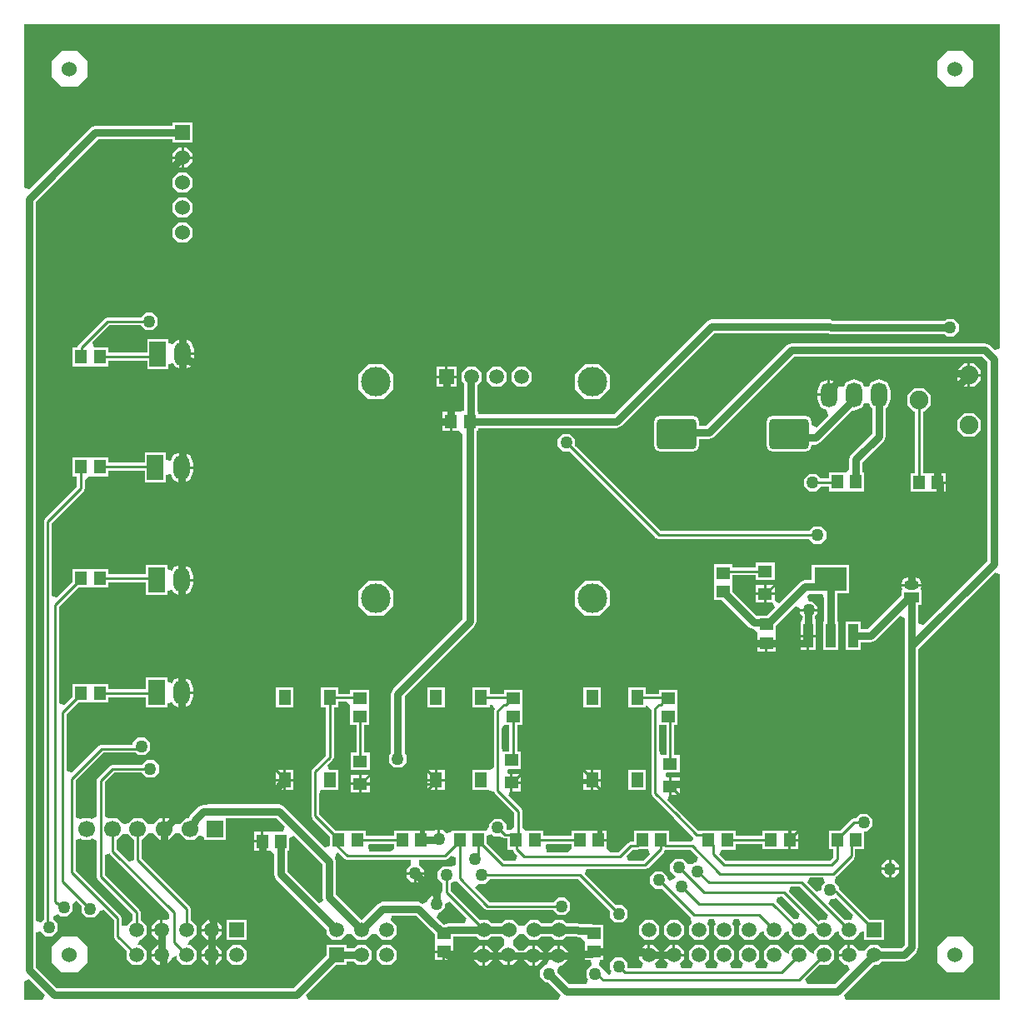
<source format=gtl>
G04*
G04 #@! TF.GenerationSoftware,Altium Limited,Altium Designer,21.3.2 (30)*
G04*
G04 Layer_Physical_Order=1*
G04 Layer_Color=255*
%FSTAX44Y44*%
%MOMM*%
G71*
G04*
G04 #@! TF.SameCoordinates,BAFF9CCB-06E3-4415-8BD8-540CAB7B7E79*
G04*
G04*
G04 #@! TF.FilePolarity,Positive*
G04*
G01*
G75*
%ADD10C,0.2540*%
%ADD20C,0.7620*%
G04:AMPARAMS|DCode=21|XSize=4mm|YSize=3mm|CornerRadius=0.3mm|HoleSize=0mm|Usage=FLASHONLY|Rotation=180.000|XOffset=0mm|YOffset=0mm|HoleType=Round|Shape=RoundedRectangle|*
%AMROUNDEDRECTD21*
21,1,4.0000,2.4000,0,0,180.0*
21,1,3.4000,3.0000,0,0,180.0*
1,1,0.6000,-1.7000,1.2000*
1,1,0.6000,1.7000,1.2000*
1,1,0.6000,1.7000,-1.2000*
1,1,0.6000,-1.7000,-1.2000*
%
%ADD21ROUNDEDRECTD21*%
%ADD22R,1.4000X1.2000*%
%ADD23R,1.2000X1.4000*%
%ADD24R,1.3970X1.2700*%
%ADD25R,1.0000X2.4000*%
%ADD26R,3.3000X2.4000*%
%ADD27R,1.2700X1.5240*%
%ADD51R,1.5240X1.5240*%
%ADD52C,1.5240*%
%ADD53R,1.5000X1.5000*%
%ADD54C,1.5000*%
%ADD55C,1.7000*%
%ADD56R,1.7000X1.7000*%
%ADD57R,1.5000X1.0000*%
%ADD58O,1.5000X1.0000*%
%ADD59O,1.6510X2.5400*%
%ADD60R,1.6510X2.5400*%
%ADD61O,1.6764X2.5400*%
%ADD62C,1.9050*%
%ADD63R,1.5080X1.5080*%
%ADD64C,1.5080*%
%ADD65C,3.0000*%
%ADD66C,1.2700*%
G36*
X00995366Y00666188D02*
X00990286Y00664084D01*
X009853Y0066907D01*
X0098044Y00671083D01*
X00783286D01*
X00783286Y00671083D01*
X00778426Y0066907D01*
X00696619Y00587263D01*
X00689896D01*
Y0059112D01*
X0068814Y0059536D01*
X006839Y00597117D01*
X006499D01*
X0064566Y0059536D01*
X00643904Y0059112D01*
Y0056712D01*
X0064566Y0056288D01*
X006499Y00561124D01*
X006839D01*
X0068814Y0056288D01*
X00689896Y0056712D01*
Y00573517D01*
X00699466D01*
X00704326Y0057553D01*
X00786133Y00657337D01*
X00977593D01*
X00982457Y00652473D01*
Y00449887D01*
X00917076Y00384507D01*
X00912383Y00386451D01*
Y0040521D01*
X0091555D01*
Y0042029D01*
X0091555D01*
X00914614Y00421691D01*
X00915645Y0042418D01*
X0090551D01*
X00895375D01*
X00896406Y00421691D01*
X0089547Y0042029D01*
X0089547D01*
Y0041493D01*
X00861051Y00380511D01*
X0085394D01*
Y00388178D01*
X0083886D01*
Y00359098D01*
X0085394D01*
Y00366765D01*
X00863898D01*
X00868758Y00368778D01*
X00893943Y00393963D01*
X00898637Y00392019D01*
Y0036449D01*
Y00059997D01*
X00895043Y00056403D01*
X00874735D01*
X00871569Y0005957D01*
X00863251D01*
X0085737Y00053689D01*
X0085713Y00053561D01*
X0085205Y00053689D01*
X00846169Y0005957D01*
X0084328D01*
Y0004953D01*
X0084201D01*
Y0004826D01*
X0083197D01*
Y00045371D01*
X00837851Y0003949D01*
X00840466D01*
X0084257Y0003441D01*
X00827733Y00019573D01*
X00799669D01*
X00797565Y00024653D01*
X00812427Y00039515D01*
X00812451Y0003949D01*
X00820769D01*
X0082665Y00045371D01*
Y00053689D01*
X00820769Y0005957D01*
X00812451D01*
X0080657Y00053689D01*
Y00050288D01*
X0080633Y00050136D01*
X0080125Y00052933D01*
Y00053689D01*
X00795369Y0005957D01*
X00787051D01*
X0078117Y00053689D01*
Y00050288D01*
X0078093Y00050136D01*
X0077585Y00052933D01*
Y00053689D01*
X00769969Y0005957D01*
X00761651D01*
X0075577Y00053689D01*
Y00045371D01*
X00760187Y00040954D01*
X00758117Y00035874D01*
X00748103D01*
X00746033Y00040954D01*
X0075045Y00045371D01*
Y00053689D01*
X00744569Y0005957D01*
X00736251D01*
X0073037Y00053689D01*
Y00045371D01*
X00734787Y00040954D01*
X00732717Y00035874D01*
X00722703D01*
X00720633Y00040954D01*
X0072505Y00045371D01*
Y00053689D01*
X00719169Y0005957D01*
X00710851D01*
X0070497Y00053689D01*
Y00045371D01*
X00709387Y00040954D01*
X00707317Y00035874D01*
X00697303D01*
X00695233Y00040954D01*
X0069965Y00045371D01*
Y00053689D01*
X00693769Y0005957D01*
X00685451D01*
X0067957Y00053689D01*
Y00045371D01*
X00683987Y00040954D01*
X00681917Y00035874D01*
X00671903D01*
X00669833Y00040954D01*
X0067425Y00045371D01*
Y0004826D01*
X0066421D01*
X0065417D01*
Y00045371D01*
X00658587Y00040954D01*
X00656517Y00035874D01*
X00646503D01*
X00644433Y00040954D01*
X0064885Y00045371D01*
Y0004826D01*
X0063881D01*
X0062877D01*
Y00045371D01*
X00633187Y00040954D01*
X00631117Y00035874D01*
X0061722D01*
Y00041782D01*
X00612012Y0004699D01*
X00604648D01*
X0059944Y00041782D01*
Y00034418D01*
X00600524Y00033334D01*
X00598713Y00028963D01*
X00598091Y00028899D01*
X0059309Y00033443D01*
Y00034162D01*
X00588186Y00039066D01*
X00588616Y00044146D01*
X00592436D01*
Y00051416D01*
X00582896D01*
X00573356D01*
Y00044146D01*
X00579784D01*
X00580214Y00039066D01*
X0057531Y00034162D01*
Y00026798D01*
X00577454Y00024653D01*
X0057535Y00019573D01*
X00557837D01*
X005461Y0003131D01*
Y00033925D01*
X005461Y00034162D01*
X00548442Y00039005D01*
X0055107D01*
X00557022Y00044957D01*
Y00047895D01*
X00546862D01*
X00536702D01*
Y00044957D01*
X00537209Y0004445D01*
X00535104Y0003937D01*
X00533528D01*
X0052832Y00034162D01*
Y00026798D01*
X00533528Y0002159D01*
X0053638D01*
X00548766Y00009204D01*
X00546837Y00004124D01*
X00292261D01*
X00290317Y00008817D01*
X0032099Y0003949D01*
X0033135D01*
Y00042657D01*
X00339384D01*
X00342551Y0003949D01*
X00350869D01*
X0035675Y00045371D01*
Y00053689D01*
X00350869Y0005957D01*
X00342551D01*
X00339384Y00056403D01*
X0033135D01*
Y0005957D01*
X0031127D01*
Y0004921D01*
X00277823Y00015763D01*
X00037137D01*
X00015763Y00037137D01*
Y00072524D01*
X00020843Y00073264D01*
X00025528Y0006858D01*
X00032892D01*
X000381Y00073788D01*
Y00081152D01*
X00033526Y00085726D01*
X00033633Y0008885D01*
X00038786Y00090882D01*
X00040768Y000889D01*
X00048132D01*
X0005334Y00094108D01*
Y00101284D01*
X00057066Y00104742D01*
X0006223Y00099578D01*
Y00092838D01*
X00067438Y0008763D01*
X00074802D01*
X0008001Y00092838D01*
Y00093376D01*
X00084703Y0009532D01*
X00094936Y00085088D01*
Y0006858D01*
X00096144Y00065664D01*
X00108095Y00053713D01*
X0010807Y00053689D01*
Y00045371D01*
X00113951Y0003949D01*
X00122269D01*
X0012815Y00045371D01*
Y00053689D01*
X00122269Y0005957D01*
X00118868D01*
X00118716Y0005981D01*
X00121513Y0006489D01*
X00122269D01*
X0012815Y00070771D01*
Y00079089D01*
X00122269Y0008497D01*
X00122234D01*
Y0009271D01*
X00121026Y00095626D01*
X00085794Y00130858D01*
Y00151472D01*
X00090874Y00152483D01*
X00091064Y00152024D01*
X00151595Y00091493D01*
X00151026Y00086361D01*
X00147669Y0008497D01*
X0014478D01*
Y0007493D01*
Y0006489D01*
X00146714D01*
X00146845Y0006465D01*
X00145489Y00061579D01*
X00142624Y0005957D01*
X00139351D01*
X0013347Y00053689D01*
Y000508D01*
X0014351D01*
Y0004953D01*
X0014478D01*
Y0003949D01*
X00147669D01*
X0015355Y00045371D01*
Y00046127D01*
X0015863Y00048924D01*
X0015887Y00048772D01*
Y00045371D01*
X00164751Y0003949D01*
X00173069D01*
X0017895Y00045371D01*
Y00053689D01*
X00173069Y0005957D01*
X00169668D01*
X00169516Y0005981D01*
X00172313Y0006489D01*
X00173069D01*
X0017895Y00070771D01*
Y00079089D01*
X00173069Y0008497D01*
X00173034D01*
Y0009652D01*
X00171826Y00099436D01*
X00123504Y00147758D01*
Y0016676D01*
X00123953D01*
X00130073Y00172881D01*
X00132715Y00173066D01*
X00135357Y00172881D01*
X00141477Y0016676D01*
X0014478D01*
Y001778D01*
Y0018884D01*
X00141477D01*
X00135357Y00182719D01*
X00132715Y00182534D01*
X00130073Y00182719D01*
X00123953Y0018884D01*
X00114807D01*
X00109585Y00183617D01*
X0010668Y00182826D01*
X00103776Y00183617D01*
X00098553Y0018884D01*
X00089407D01*
X00085794Y00190337D01*
Y00224742D01*
X00095688Y00234636D01*
X00123632D01*
X00128398Y0022987D01*
X00135762D01*
X0014097Y00235078D01*
Y00242442D01*
X00135762Y0024765D01*
X00128398D01*
X00123632Y00242884D01*
X0009398D01*
X00091064Y00241676D01*
X00078754Y00229366D01*
X00077546Y0022645D01*
Y00189814D01*
X00072853Y0018787D01*
X00071883Y0018884D01*
X00062737D01*
X00061274Y00187377D01*
X00056194Y00189481D01*
Y00226892D01*
X00084258Y00254956D01*
X00117282D01*
X00119508Y0025273D01*
X00126872D01*
X0013208Y00257938D01*
Y00265302D01*
X00126872Y0027051D01*
X00119508D01*
X001143Y00265302D01*
Y00263204D01*
X0008255D01*
X00079634Y00261996D01*
X00052384Y00234746D01*
X00047304Y0023685D01*
Y0029443D01*
X00058956Y00306082D01*
X00067044D01*
X00070204Y00306082D01*
X00075284Y00306082D01*
X00089204D01*
Y00311498D01*
X00127635D01*
Y0030099D01*
X00149225D01*
Y00305561D01*
X00154305Y00306572D01*
X00155568Y00303523D01*
X0016256Y00300627D01*
Y0031623D01*
Y00331833D01*
X00155568Y00328937D01*
X00154305Y00325888D01*
X00149225Y00326899D01*
Y0033147D01*
X00127635D01*
Y00319746D01*
X00089204D01*
Y00325162D01*
X00075284D01*
X00072124Y00325162D01*
X00067044Y00325162D01*
X00053124D01*
Y00311914D01*
X00044764Y00303554D01*
X00039684Y00305658D01*
Y0040365D01*
X00058956Y00422922D01*
X00067044D01*
X00070204Y00422922D01*
X00075284Y00422922D01*
X00089204D01*
Y00428338D01*
X00127635D01*
Y0041529D01*
X00149225D01*
Y00419861D01*
X00154305Y00420872D01*
X00155568Y00417823D01*
X0016256Y00414927D01*
Y0043053D01*
Y00446133D01*
X00155568Y00443237D01*
X00154305Y00440188D01*
X00149225Y00441199D01*
Y0044577D01*
X00127635D01*
Y00436586D01*
X00089204D01*
Y00442002D01*
X00075284D01*
X00072124Y00442002D01*
X00067044Y00442002D01*
X00053124D01*
Y00428754D01*
X00037144Y00412774D01*
X00032064Y00414878D01*
Y00488512D01*
X0006458Y00521028D01*
X00065788Y00523944D01*
Y0053236D01*
X0006938Y00535952D01*
X00075284Y00535952D01*
X00089204D01*
Y00541368D01*
X00126365D01*
Y0052959D01*
X00147955D01*
Y00537227D01*
X00153035Y00538238D01*
X00155568Y00532123D01*
X0016256Y00529227D01*
Y0054483D01*
Y00560433D01*
X00155568Y00557537D01*
X00153035Y00551422D01*
X00147955Y00552433D01*
Y0056007D01*
X00126365D01*
Y00549616D01*
X00089204D01*
Y00555032D01*
X00075284D01*
X00072124Y00555032D01*
X00067044Y00555032D01*
X00053124D01*
Y00535952D01*
X0005754D01*
Y00525652D01*
X00025024Y00493136D01*
X00023816Y0049022D01*
Y00085367D01*
X00020843Y0008266D01*
X00015763Y00084019D01*
Y00815033D01*
X00079047Y00878317D01*
X0015494D01*
Y0087503D01*
X0017526D01*
Y0089535D01*
X0015494D01*
Y00892063D01*
X000762D01*
X0007134Y0089005D01*
X00008817Y00827527D01*
X00004124Y00829471D01*
Y00995366D01*
X00995366D01*
Y00666188D01*
D02*
G37*
G36*
X00109585Y00171983D02*
X00114807Y0016676D01*
X00115256D01*
Y0014668D01*
X0011361Y00145397D01*
X00110563Y00144189D01*
X00098104Y00156648D01*
Y0016676D01*
X00098553D01*
X00103776Y00171983D01*
X0010668Y00172775D01*
X00109585Y00171983D01*
D02*
G37*
G36*
X00062737Y0016676D02*
X00071883D01*
X00072853Y0016773D01*
X00077546Y00165786D01*
Y0012915D01*
X00078754Y00126234D01*
X00113986Y00091002D01*
Y0008497D01*
X00113951D01*
X00108264Y00079283D01*
X00103184Y00079557D01*
Y00086796D01*
X00101976Y00089712D01*
X00056194Y00135494D01*
Y00166119D01*
X00061274Y00168223D01*
X00062737Y0016676D01*
D02*
G37*
G36*
X00995366Y00436172D02*
Y00004124D01*
X00838733D01*
X00836804Y00009204D01*
X0086709Y0003949D01*
X00871569D01*
X00874735Y00042657D01*
X0089789D01*
X0090275Y0004467D01*
X0091037Y0005229D01*
X00912383Y0005715D01*
Y00360373D01*
X00990286Y00438276D01*
X00995366Y00436172D01*
D02*
G37*
G36*
X00024643Y00008817D02*
X00022699Y00004124D01*
X00004124D01*
Y00022699D01*
X00008817Y00024643D01*
X00024643Y00008817D01*
D02*
G37*
%LPC*%
G36*
X0095768Y0096854D02*
X0094232D01*
X0093146Y0095768D01*
Y0094232D01*
X0094232Y0093146D01*
X0095768D01*
X0096854Y0094232D01*
Y0095768D01*
X0095768Y0096854D01*
D02*
G37*
G36*
X0005768D02*
X0004232D01*
X0003146Y0095768D01*
Y0094232D01*
X0004232Y0093146D01*
X0005768D01*
X0006854Y0094232D01*
Y0095768D01*
X0005768Y0096854D01*
D02*
G37*
G36*
X00169308Y0086995D02*
X0016637D01*
Y0086106D01*
X0017526D01*
Y00863998D01*
X00169308Y0086995D01*
D02*
G37*
G36*
X0016383D02*
X00160892D01*
X0015494Y00863998D01*
Y0086106D01*
X0016383D01*
Y0086995D01*
D02*
G37*
G36*
X0017526Y0085852D02*
X0016637D01*
Y0084963D01*
X00169308D01*
X0017526Y00855582D01*
Y0085852D01*
D02*
G37*
G36*
X0016383D02*
X0015494D01*
Y00855582D01*
X00160892Y0084963D01*
X0016383D01*
Y0085852D01*
D02*
G37*
G36*
X00169308Y0084455D02*
X00160892D01*
X0015494Y00838598D01*
Y00830182D01*
X00160892Y0082423D01*
X00169308D01*
X0017526Y00830182D01*
Y00838598D01*
X00169308Y0084455D01*
D02*
G37*
G36*
Y0081915D02*
X00160892D01*
X0015494Y00813198D01*
Y00804782D01*
X00160892Y0079883D01*
X00169308D01*
X0017526Y00804782D01*
Y00813198D01*
X00169308Y0081915D01*
D02*
G37*
G36*
Y0079375D02*
X00160892D01*
X0015494Y00787798D01*
Y00779382D01*
X00160892Y0077343D01*
X00169308D01*
X0017526Y00779382D01*
Y00787798D01*
X00169308Y0079375D01*
D02*
G37*
G36*
X00948562Y0069596D02*
X00941198D01*
X00939181Y00693943D01*
X00825339D01*
X00822273Y00695213D01*
X0070231D01*
X0070231Y00695213D01*
X0069745Y006932D01*
X00602977Y00598727D01*
X00465036D01*
Y00601394D01*
X00464356D01*
Y00628601D01*
X0046855Y00632795D01*
Y00641145D01*
X00462645Y0064705D01*
X00454295D01*
X0044839Y00641145D01*
Y00632795D01*
X0045061Y00630575D01*
Y00602616D01*
X00446036Y00601394D01*
X00442876Y00601394D01*
X00438766D01*
Y00591854D01*
Y00582314D01*
X00442876D01*
X00446036Y00582314D01*
X00449623Y0057872D01*
Y00390763D01*
X0037868Y0031982D01*
X00376667Y0031496D01*
Y00254619D01*
X0037465Y00252602D01*
Y00245238D01*
X00379858Y0024003D01*
X00387222D01*
X0039243Y00245238D01*
Y00252602D01*
X00390413Y00254619D01*
Y00312113D01*
X00461356Y00383056D01*
X00461356Y00383056D01*
X00463369Y00387916D01*
X00463369Y00387916D01*
Y00582314D01*
X00465036D01*
Y00584981D01*
X00605824D01*
X00610684Y00586994D01*
X00705157Y00681467D01*
X00820477D01*
X00823543Y00680197D01*
X00823543Y00680197D01*
X00939181D01*
X00941198Y0067818D01*
X00948562D01*
X0095377Y00683388D01*
Y00690752D01*
X00948562Y0069596D01*
D02*
G37*
G36*
X00134492Y0070231D02*
X00127128D01*
X00122362Y00697544D01*
X000889D01*
X00085984Y00696336D01*
X00059138Y0066949D01*
X0005802Y00666792D01*
X00053124D01*
Y00647712D01*
X00067044D01*
X00070204Y00647712D01*
X00075284Y00647712D01*
X00089204D01*
Y00653128D01*
X00128905D01*
Y0064516D01*
X00150495D01*
Y00649731D01*
X00155575Y00650742D01*
X00156838Y00647693D01*
X0016383Y00644797D01*
Y006604D01*
Y00676003D01*
X00156838Y00673107D01*
X00155575Y00670058D01*
X00150495Y00671069D01*
Y0067564D01*
X00128905D01*
Y00661376D01*
X00089204D01*
Y00666792D01*
X00075288D01*
X00073184Y00671872D01*
X00090608Y00689296D01*
X00122362D01*
X00127128Y0068453D01*
X00134492D01*
X001397Y00689738D01*
Y00697102D01*
X00134492Y0070231D01*
D02*
G37*
G36*
X0016637Y00676003D02*
Y0066167D01*
X00176784D01*
Y00664845D01*
X00173362Y00673107D01*
X0016637Y00676003D01*
D02*
G37*
G36*
X00176784Y0065913D02*
X0016637D01*
Y00644797D01*
X00173362Y00647693D01*
X00176784Y00655955D01*
Y0065913D01*
D02*
G37*
G36*
X00968928Y00650875D02*
X009652D01*
Y0064008D01*
X00975995D01*
Y00643808D01*
X00968928Y00650875D01*
D02*
G37*
G36*
X0096266D02*
X00958932D01*
X00951865Y00643808D01*
Y0064008D01*
X0096266D01*
Y00650875D01*
D02*
G37*
G36*
X0044315Y0064705D02*
X0043434D01*
Y0063824D01*
X0044315D01*
Y0064705D01*
D02*
G37*
G36*
X004318D02*
X0042299D01*
Y0063824D01*
X004318D01*
Y0064705D01*
D02*
G37*
G36*
X0087249Y00634738D02*
X00864131Y00631275D01*
X00862539Y00627433D01*
X00857041D01*
X00855449Y00631275D01*
X0084709Y00634738D01*
X00838731Y00631275D01*
X00837139Y00627433D01*
X00831641D01*
X00830049Y00631275D01*
X0082296Y00634212D01*
Y00618598D01*
X0082169D01*
Y00617328D01*
X00809868D01*
Y0061428D01*
X00813331Y00605921D01*
X00819338Y00603432D01*
X00820855Y00597765D01*
X00808976Y00585887D01*
X00803896Y00587991D01*
Y0059112D01*
X0080214Y0059536D01*
X007979Y00597117D01*
X007639D01*
X0075966Y0059536D01*
X00757904Y0059112D01*
Y0056712D01*
X0075966Y0056288D01*
X007639Y00561124D01*
X007979D01*
X0080214Y0056288D01*
X00803896Y0056712D01*
Y00568183D01*
X00807866D01*
X00812726Y00570196D01*
X00845604Y00603074D01*
X0084709Y00602458D01*
X00855449Y00605921D01*
X00857041Y00609763D01*
X00862539D01*
X00864131Y00605921D01*
X00865617Y00605305D01*
Y00579427D01*
X00844154Y00557964D01*
X00842141Y00553104D01*
Y00543386D01*
X00838554Y00539792D01*
X00835394Y00539792D01*
X00821474D01*
Y00533714D01*
X00813628D01*
X00808862Y0053848D01*
X00801498D01*
X0079629Y00533272D01*
Y00525908D01*
X00801498Y005207D01*
X00808862D01*
X00813628Y00525466D01*
X00821474D01*
Y00520712D01*
X00835394D01*
X00838554Y00520712D01*
X00843634Y00520712D01*
X00857554D01*
Y00539792D01*
X00855887D01*
Y00550257D01*
X0087735Y0057172D01*
X0087735Y0057172D01*
X00879363Y0057658D01*
X00879363Y0057658D01*
Y00605305D01*
X00880849Y00605921D01*
X00884312Y0061428D01*
Y00622916D01*
X00880849Y00631275D01*
X0087249Y00634738D01*
D02*
G37*
G36*
X00513445Y0064705D02*
X00505095D01*
X0049919Y00641145D01*
Y00632795D01*
X00505095Y0062689D01*
X00513445D01*
X0051935Y00632795D01*
Y00641145D01*
X00513445Y0064705D01*
D02*
G37*
G36*
X00488045D02*
X00479695D01*
X0047379Y00641145D01*
Y00632795D01*
X00479695Y0062689D01*
X00488045D01*
X0049395Y00632795D01*
Y00641145D01*
X00488045Y0064705D01*
D02*
G37*
G36*
X0044315Y006357D02*
X0043434D01*
Y0062689D01*
X0044315D01*
Y006357D01*
D02*
G37*
G36*
X004318D02*
X0042299D01*
Y0062689D01*
X004318D01*
Y006357D01*
D02*
G37*
G36*
X00975995Y0063754D02*
X009652D01*
Y00626745D01*
X00968928D01*
X00975995Y00633812D01*
Y0063754D01*
D02*
G37*
G36*
X0096266D02*
X00951865D01*
Y00633812D01*
X00958932Y00626745D01*
X0096266D01*
Y0063754D01*
D02*
G37*
G36*
X0082042Y00634212D02*
X00813331Y00631275D01*
X00809868Y00622916D01*
Y00619868D01*
X0082042D01*
Y00634212D01*
D02*
G37*
G36*
X00588435Y0064951D02*
X00573905D01*
X0056363Y00639235D01*
Y00624705D01*
X00573905Y0061443D01*
X00588435D01*
X0059871Y00624705D01*
Y00639235D01*
X00588435Y0064951D01*
D02*
G37*
G36*
X00368435D02*
X00353905D01*
X0034363Y00639235D01*
Y00624705D01*
X00353905Y0061443D01*
X00368435D01*
X0037871Y00624705D01*
Y00639235D01*
X00368435Y0064951D01*
D02*
G37*
G36*
X00436226Y00601394D02*
X00428956D01*
Y00593124D01*
X00436226D01*
Y00601394D01*
D02*
G37*
G36*
Y00590584D02*
X00428956D01*
Y00582314D01*
X00436226D01*
Y00590584D01*
D02*
G37*
G36*
X00968928Y00600075D02*
X00958932D01*
X00951865Y00593008D01*
Y00583013D01*
X00958932Y00575945D01*
X00968928D01*
X00975995Y00583013D01*
Y00593008D01*
X00968928Y00600075D01*
D02*
G37*
G36*
X001651Y00560433D02*
Y005461D01*
X00175514D01*
Y00549275D01*
X00172092Y00557537D01*
X001651Y00560433D01*
D02*
G37*
G36*
X009334Y0053913D02*
Y0053086D01*
X0094067D01*
Y0053913D01*
X009334D01*
D02*
G37*
G36*
X00175514Y0054356D02*
X001651D01*
Y00529227D01*
X00172092Y00532123D01*
X00175514Y00540385D01*
Y0054356D01*
D02*
G37*
G36*
X0094067Y0052832D02*
X009334D01*
Y0052005D01*
X0094067D01*
Y0052832D01*
D02*
G37*
G36*
X00918128Y00625475D02*
X00908132D01*
X00901065Y00618408D01*
Y00608413D01*
X00908132Y00601345D01*
X00909006D01*
Y0053913D01*
X0090459D01*
Y0052005D01*
X0091851D01*
X0092167Y0052005D01*
X0092675Y0052005D01*
X0093086D01*
Y0052959D01*
Y0053913D01*
X0092675D01*
X0092359Y0053913D01*
X00917254Y0053913D01*
Y00601345D01*
X00918128D01*
X00925195Y00608413D01*
Y00618408D01*
X00918128Y00625475D01*
D02*
G37*
G36*
X00558672Y0057912D02*
X00551308D01*
X005461Y00573912D01*
Y00566548D01*
X00551308Y0056134D01*
X00558048D01*
X00646054Y00473334D01*
X0064897Y00472126D01*
X00801812D01*
X00806578Y0046736D01*
X00813942D01*
X0081915Y00472568D01*
Y00479932D01*
X00813942Y0048514D01*
X00806578D01*
X00801812Y00480374D01*
X00650678D01*
X0056388Y00567172D01*
Y00573912D01*
X00558672Y0057912D01*
D02*
G37*
G36*
X00766445Y0044831D02*
X00747395D01*
Y00443544D01*
X00723942D01*
Y00446282D01*
X00704862D01*
Y00432362D01*
X00704862Y00429202D01*
X00704862Y00424122D01*
Y00410202D01*
X00712926D01*
X00740422Y00382706D01*
X00745282Y00380693D01*
X00748616Y00377389D01*
X00748616Y00371756D01*
Y00367646D01*
X00758156D01*
X00767696D01*
Y00371756D01*
X00767696Y00374916D01*
X00767696Y00379996D01*
Y00384196D01*
X00787518Y00404018D01*
X0079248Y00401796D01*
Y0040132D01*
X0081026D01*
Y00403732D01*
X00805052Y0040894D01*
X00801679D01*
X0079935Y00413906D01*
X00801406Y00416575D01*
X0081521D01*
X00816527Y00411881D01*
Y00388178D01*
X0081586D01*
Y00359098D01*
X0083094D01*
Y00388178D01*
X00830273D01*
Y00417098D01*
X0084244D01*
Y00446178D01*
X0080436D01*
Y00430321D01*
X00797228D01*
X00797228Y00430321D01*
X00792368Y00428308D01*
X0077138Y0040732D01*
X00766445Y00409569D01*
X00766445Y00411963D01*
Y0041529D01*
X0075819D01*
Y0040767D01*
X00761799D01*
X00764546Y0040767D01*
X00766795Y00402735D01*
X00757976Y00393916D01*
X00757229D01*
X00755966Y00394439D01*
X00748129D01*
X00723942Y00418626D01*
X00723942Y00427282D01*
X00723942Y00435296D01*
X00747395D01*
Y0043053D01*
X00766445D01*
Y0044831D01*
D02*
G37*
G36*
X001651Y00446133D02*
Y004318D01*
X00175514D01*
Y00434975D01*
X00172092Y00443237D01*
X001651Y00446133D01*
D02*
G37*
G36*
X0090801Y00433611D02*
X0090678D01*
Y0042672D01*
X00915645D01*
X00913781Y00431221D01*
X0090801Y00433611D01*
D02*
G37*
G36*
X0090424D02*
X0090301D01*
X00897239Y00431221D01*
X00895375Y0042672D01*
X0090424D01*
Y00433611D01*
D02*
G37*
G36*
X00766445Y0042545D02*
X0075819D01*
Y0041783D01*
X00766445D01*
Y0042545D01*
D02*
G37*
G36*
X0075565D02*
X00747395D01*
Y0041783D01*
X0075565D01*
Y0042545D01*
D02*
G37*
G36*
X00175514Y0042926D02*
X001651D01*
Y00414927D01*
X00172092Y00417823D01*
X00175514Y00426085D01*
Y0042926D01*
D02*
G37*
G36*
X0075565Y0041529D02*
X00747395D01*
Y0040767D01*
X0075565D01*
Y0041529D01*
D02*
G37*
G36*
X00588435Y0042951D02*
X00573905D01*
X0056363Y00419235D01*
Y00404705D01*
X00573905Y0039443D01*
X00588435D01*
X0059871Y00404705D01*
Y00419235D01*
X00588435Y0042951D01*
D02*
G37*
G36*
X00368435D02*
X00353905D01*
X0034363Y00419235D01*
Y00404705D01*
X00353905Y0039443D01*
X00368435D01*
X0037871Y00404705D01*
Y00419235D01*
X00368435Y0042951D01*
D02*
G37*
G36*
X0081026Y0039878D02*
X0079248D01*
Y00396368D01*
X0079559Y00393258D01*
X00793485Y00388178D01*
X0079286D01*
Y00374908D01*
X008004D01*
X0080794D01*
Y00387276D01*
X0080794Y00388178D01*
X0080715Y00393258D01*
X0081026Y00396368D01*
Y0039878D01*
D02*
G37*
G36*
X0080794Y00372368D02*
X0080167D01*
Y00359098D01*
X0080794D01*
Y00372368D01*
D02*
G37*
G36*
X0079913D02*
X0079286D01*
Y00359098D01*
X0079913D01*
Y00372368D01*
D02*
G37*
G36*
X00767696Y00365106D02*
X00759426D01*
Y00357836D01*
X00767696D01*
Y00365106D01*
D02*
G37*
G36*
X00756886D02*
X00748616D01*
Y00357836D01*
X00756886D01*
Y00365106D01*
D02*
G37*
G36*
X001651Y00331833D02*
Y003175D01*
X00175514D01*
Y00320675D01*
X00172092Y00328937D01*
X001651Y00331833D01*
D02*
G37*
G36*
X00590042Y00321014D02*
X00572262D01*
Y00300694D01*
X00590042D01*
Y00321014D01*
D02*
G37*
G36*
X00431292D02*
X00413512D01*
Y00300694D01*
X00431292D01*
Y00321014D01*
D02*
G37*
G36*
X00277622D02*
X00259842D01*
Y00300694D01*
X00277622D01*
Y00321014D01*
D02*
G37*
G36*
X00175514Y0031496D02*
X001651D01*
Y00300627D01*
X00172092Y00303523D01*
X00175514Y00311785D01*
Y0031496D01*
D02*
G37*
G36*
X00590042Y00237194D02*
X00582422D01*
Y00228304D01*
X00590042D01*
Y00237194D01*
D02*
G37*
G36*
X00431292D02*
X00423672D01*
Y00228304D01*
X00431292D01*
Y00237194D01*
D02*
G37*
G36*
X00277622D02*
X00270002D01*
Y00228304D01*
X00277622D01*
Y00237194D01*
D02*
G37*
G36*
X00421132D02*
X00413512D01*
Y00228304D01*
X00421132D01*
Y00237194D01*
D02*
G37*
G36*
X00267462D02*
X00259842D01*
Y00228304D01*
X00267462D01*
Y00237194D01*
D02*
G37*
G36*
X00579882D02*
X00572262D01*
Y00228304D01*
X00579882D01*
Y00237194D01*
D02*
G37*
G36*
X0050038Y0023368D02*
Y0022606D01*
X00508635D01*
Y0023368D01*
X0050038D01*
D02*
G37*
G36*
X00354965Y0023241D02*
X0034671D01*
Y0022479D01*
X00354965D01*
Y0023241D01*
D02*
G37*
G36*
X0034417D02*
X00335915D01*
Y0022479D01*
X0034417D01*
Y0023241D01*
D02*
G37*
G36*
X0066167Y0022987D02*
Y0022225D01*
X00669925D01*
Y0022987D01*
X0066167D01*
D02*
G37*
G36*
X00635762Y00237194D02*
X00617982D01*
Y00216874D01*
X00635762D01*
Y00237194D01*
D02*
G37*
G36*
X00590042Y00225764D02*
X00582422D01*
Y00216874D01*
X00590042D01*
Y00225764D01*
D02*
G37*
G36*
X00579882D02*
X00572262D01*
Y00216874D01*
X00579882D01*
Y00225764D01*
D02*
G37*
G36*
X00431292D02*
X00423672D01*
Y00216874D01*
X00431292D01*
Y00225764D01*
D02*
G37*
G36*
X00421132D02*
X00413512D01*
Y00216874D01*
X00421132D01*
Y00225764D01*
D02*
G37*
G36*
X00277622D02*
X00270002D01*
Y00216874D01*
X00277622D01*
Y00225764D01*
D02*
G37*
G36*
X00267462D02*
X00259842D01*
Y00216874D01*
X00267462D01*
Y00225764D01*
D02*
G37*
G36*
X00508635Y0022352D02*
X0050038D01*
Y002159D01*
X00508635D01*
Y0022352D01*
D02*
G37*
G36*
X00354965Y0022225D02*
X0034671D01*
Y0021463D01*
X00354965D01*
Y0022225D01*
D02*
G37*
G36*
X0034417D02*
X00335915D01*
Y0021463D01*
X0034417D01*
Y0022225D01*
D02*
G37*
G36*
X00669925Y0021971D02*
X0066167D01*
Y0021209D01*
X00669925D01*
Y0021971D01*
D02*
G37*
G36*
X00782974Y00175876D02*
Y00167606D01*
X00790244D01*
Y00175876D01*
X00782974D01*
D02*
G37*
G36*
X00588664D02*
Y00167606D01*
X00595934D01*
Y00175876D01*
X00588664D01*
D02*
G37*
G36*
X00244456Y00174674D02*
X00237186D01*
Y00166404D01*
X00244456D01*
Y00174674D01*
D02*
G37*
G36*
X00635762Y00321014D02*
X00617982D01*
Y00300694D01*
X00635762D01*
Y00302388D01*
X00636574Y00302565D01*
X00637724Y00301921D01*
X00641036Y00298342D01*
Y00213905D01*
X00642244Y00210989D01*
X00664629Y00188604D01*
X00664629Y00188604D01*
X00683876Y00169357D01*
X00683443Y0016757D01*
X00681931Y00164664D01*
X00659434D01*
Y0017581D01*
X00645514D01*
X00642354Y0017581D01*
X00637274Y0017581D01*
X00623354D01*
Y00164664D01*
X0062028D01*
X00617364Y00163456D01*
X00607892Y00153984D01*
X00599849D01*
X00595934Y00156796D01*
X00595934Y00159064D01*
Y00165066D01*
X00587394D01*
Y00166336D01*
X00586124D01*
Y00175876D01*
X00582014D01*
X00578854Y00175876D01*
X00573774Y00175876D01*
X00559854D01*
Y0017046D01*
X00531076D01*
Y00175756D01*
X00517156D01*
X00513996Y00175756D01*
X005102Y00178856D01*
Y00195509D01*
X00508992Y00198425D01*
X0049621Y00211207D01*
X0049784Y00215142D01*
Y0022479D01*
Y0023368D01*
X00495939D01*
X0049467Y0023622D01*
X00495939Y0023876D01*
X00508635D01*
Y0025654D01*
X00505166D01*
Y00282906D01*
X00510582D01*
Y00299986D01*
X00510582Y00299986D01*
Y00301906D01*
X00510582D01*
X00510582Y00305066D01*
Y00318986D01*
X00491502D01*
Y00314978D01*
X00477012D01*
Y00321014D01*
X00459232D01*
Y00300694D01*
X00477012D01*
Y00303879D01*
X00478842Y00304243D01*
X00480585Y00302283D01*
X00481906Y00299673D01*
X00481016Y00297524D01*
Y00239792D01*
X00477012Y00237194D01*
X00475936Y00237194D01*
X00459232D01*
Y00216874D01*
X00476323Y00216874D01*
X00477266Y00216788D01*
X00481465Y00215361D01*
X00482224Y00213529D01*
X00501952Y00193801D01*
Y00180274D01*
X0049831Y00176389D01*
X0049403Y00176426D01*
Y00182752D01*
X00488822Y0018796D01*
X00481458D01*
X0047625Y00182752D01*
Y00179964D01*
X00474014Y0017581D01*
X0047117Y0017581D01*
X00460094D01*
X00456934Y0017581D01*
X00451854Y0017581D01*
X00437934D01*
Y0017491D01*
X00432854Y00172808D01*
X00429132Y0017653D01*
X0042672D01*
Y0016764D01*
X0042418D01*
Y0017653D01*
X00421768D01*
X00420674Y00175436D01*
X00415594Y00175876D01*
X00413929Y00175876D01*
X00408324D01*
Y00166336D01*
X00405784D01*
Y00175876D01*
X00401674D01*
X00398514Y00175876D01*
X00393434Y00175876D01*
X00379514D01*
Y0017046D01*
X00350736D01*
Y00175756D01*
X00336816D01*
X00333656Y00175756D01*
X00328576Y00175756D01*
X00320488D01*
X00303844Y001924D01*
Y00212506D01*
X00305562Y00216874D01*
X00323342D01*
Y00237194D01*
X00313724D01*
X00311779Y00241887D01*
X00317368Y00247476D01*
X00318576Y00250392D01*
Y00300694D01*
X00323342D01*
Y0030673D01*
X003317D01*
X00335292Y00303138D01*
X00335292Y00296826D01*
Y00282906D01*
X00341316D01*
Y0025527D01*
X00335915D01*
Y0023749D01*
X00354965D01*
Y0025527D01*
X00349564D01*
Y00282906D01*
X00354372D01*
Y00296826D01*
X00354372Y00299986D01*
X00354372Y00305066D01*
Y00318986D01*
X00335292D01*
Y00314978D01*
X00323342D01*
Y00321014D01*
X00305562D01*
Y00300694D01*
X00310328D01*
Y002521D01*
X00296804Y00238576D01*
X00295596Y0023566D01*
Y00190692D01*
X00296804Y00187776D01*
X00314656Y00169924D01*
Y00160718D01*
X00309576Y00158614D01*
X0026775Y0020044D01*
X0026289Y00202453D01*
X001905D01*
X001905Y00202453D01*
X00189558Y00202063D01*
X00185938D01*
X00185938Y00202063D01*
X00181078Y0020005D01*
X00172246Y00191219D01*
X00171261Y0018884D01*
X00168147D01*
X00162027Y00182719D01*
X00159385Y00182534D01*
X00156743Y00182719D01*
X00150623Y0018884D01*
X0014732D01*
Y001778D01*
Y0016676D01*
X00150623D01*
X00156743Y00172881D01*
X00159385Y00173066D01*
X00162027Y00172881D01*
X00168147Y0016676D01*
X00177293D01*
X00182Y00171467D01*
X0018708Y00169363D01*
Y0016676D01*
X0020916D01*
Y00188707D01*
X00260043D01*
X00268996Y00179754D01*
X00266892Y00174674D01*
X00259346D01*
X00256186Y00174674D01*
X00251106Y00174674D01*
X00246996D01*
Y00165134D01*
Y00155594D01*
X00251106D01*
X00254266Y00155594D01*
X00257853Y00152D01*
Y00131514D01*
X00259866Y00126654D01*
X0031127Y0007525D01*
Y00070771D01*
X00317151Y0006489D01*
X00325469D01*
X0033135Y00070771D01*
X0033643Y000709D01*
X0033667Y00070771D01*
X00342551Y0006489D01*
X00350869D01*
X0035675Y00070771D01*
X0035699Y000709D01*
X0036207Y00070771D01*
X00367951Y0006489D01*
X00376269D01*
X0038215Y00070771D01*
Y00079089D01*
X00376672Y00084567D01*
X00377242Y00089647D01*
X00401815D01*
X0041167Y00079792D01*
X0041167Y00079792D01*
X00420956Y00070506D01*
X00420956Y00063146D01*
X00420956Y00058066D01*
Y00053956D01*
X00430496D01*
X00440036D01*
Y00058066D01*
X00440036Y00061226D01*
X00440036Y00068454D01*
X00463421D01*
X00466708Y00065167D01*
X00475124D01*
X00478157Y000682D01*
X00488633D01*
X00491977Y00064784D01*
X00491981Y00059706D01*
X00486029Y00053754D01*
Y00050816D01*
X00496189D01*
Y00049546D01*
X00497459D01*
Y00039386D01*
X00500397D01*
X00506222Y00045211D01*
X00511302Y00045031D01*
Y00044957D01*
X00517254Y00039005D01*
X00520192D01*
Y00049165D01*
Y00059325D01*
X00517254D01*
X00511429Y000535D01*
X00506349Y0005368D01*
Y00053754D01*
X00500524Y00059579D01*
X00500704Y00064659D01*
X00500778D01*
X0050655Y00070431D01*
X00509143Y00070524D01*
X00511736Y00070431D01*
X00517508Y00064659D01*
X00525924D01*
X00529211Y00067946D01*
X00539621D01*
X00542908Y00064659D01*
X00551324D01*
X00554611Y00067946D01*
X00564832D01*
X00567109Y00067003D01*
X00569764D01*
X00573356Y00063411D01*
X00573356Y00058066D01*
Y00053956D01*
X00582896D01*
X00592436D01*
Y00058066D01*
X00592436Y00061226D01*
X00592436Y00066306D01*
Y00080226D01*
X00581969D01*
X00580706Y00080749D01*
X00568443D01*
X00566166Y00081692D01*
X00554611D01*
X00551324Y00084979D01*
X00542908D01*
X00539621Y00081692D01*
X00529211D01*
X00525924Y00084979D01*
X00517508D01*
X00511736Y00079207D01*
X00509143Y00079114D01*
X0050655Y00079207D01*
X00500778Y00084979D01*
X00492362D01*
X00489329Y00081946D01*
X00478665D01*
X00475124Y00085487D01*
X00466708D01*
X00466648Y00085427D01*
X00437194Y00114881D01*
Y00122362D01*
X00438476Y00123644D01*
X00443558Y0012465D01*
X00445112Y00123096D01*
X00472064Y00096144D01*
X0047498Y00094936D01*
X00541462D01*
X00546228Y0009017D01*
X00553592D01*
X005588Y00095378D01*
Y00102742D01*
X00553592Y0010795D01*
X00546228D01*
X00541462Y00103184D01*
X00476688D01*
X00461678Y00118195D01*
X00465136Y0012192D01*
X00472312D01*
X00477078Y00126686D01*
X00566974D01*
X005993Y0009436D01*
Y00087619D01*
X00604508Y00082412D01*
X00611873D01*
X0061708Y00087619D01*
Y00094984D01*
X00611873Y00100192D01*
X00605132D01*
X00573558Y00131766D01*
X00575662Y00136846D01*
X00635D01*
X00637916Y00138054D01*
X0065381Y00153948D01*
X00654948Y00156696D01*
X00655624Y00156416D01*
X00681032D01*
X00688858Y0014859D01*
X00686754Y0014351D01*
X00684658D01*
X0068326Y00142112D01*
X0067818Y00142112D01*
X00677654Y00142638D01*
X00672972Y0014732D01*
X00665608D01*
X006604Y00142112D01*
Y00134748D01*
X00665608Y0012954D01*
X00665244Y00127633D01*
X00659856Y00125123D01*
X0065786Y00126457D01*
Y00129412D01*
X00652652Y0013462D01*
X00645288D01*
X0064008Y00129412D01*
Y00122048D01*
X00645288Y0011684D01*
X00652028D01*
X00681083Y00087785D01*
X00681614Y00087254D01*
X00682054Y00081573D01*
X0067957Y00079089D01*
Y00070771D01*
X00685451Y0006489D01*
X00693769D01*
X0069965Y00070771D01*
Y00079089D01*
X00697773Y00080966D01*
X00699877Y00086046D01*
X00704743D01*
X00706847Y00080966D01*
X0070497Y00079089D01*
Y00070771D01*
X00710851Y0006489D01*
X00719169D01*
X0072505Y00070771D01*
Y00079089D01*
X00723173Y00080966D01*
X00725277Y00086046D01*
X00730143D01*
X00732247Y00080966D01*
X0073037Y00079089D01*
Y00070771D01*
X00736251Y0006489D01*
X00744569D01*
X0075045Y00070771D01*
Y00071527D01*
X0075553Y00074324D01*
X0075577Y00074172D01*
Y00070771D01*
X00761651Y0006489D01*
X00769969D01*
X0077585Y00070771D01*
Y00071527D01*
X0078093Y00074324D01*
X0078117Y00074172D01*
Y00070771D01*
X00787051Y0006489D01*
X00795369D01*
X0080125Y00070771D01*
X0080633Y00071599D01*
X0080657Y00071439D01*
Y00070771D01*
X00812451Y0006489D01*
X00820769D01*
X0082665Y00070771D01*
Y00071527D01*
X0083173Y00074324D01*
X0083197Y00074172D01*
Y00070771D01*
X00837851Y0006489D01*
X00846169D01*
X0085205Y00070771D01*
Y00071527D01*
X0085713Y00074324D01*
X0085737Y00074172D01*
Y0006489D01*
X0087745D01*
Y0008497D01*
X00863202D01*
X0083297Y00115202D01*
X00832226Y00116998D01*
X00832008Y00117216D01*
X0083185Y00117282D01*
Y00119252D01*
X0082784Y00123263D01*
X00828291Y00128857D01*
X00829032Y00129164D01*
X008472Y00147332D01*
X00848408Y00150248D01*
Y0015673D01*
X00857554D01*
Y0017526D01*
X00860932D01*
X0086614Y00180468D01*
Y00187832D01*
X00860932Y0019304D01*
X00853568D01*
X00848802Y00188274D01*
X00846894D01*
X00843978Y00187066D01*
X00832722Y0017581D01*
X00821474D01*
Y0015673D01*
X0082589D01*
Y00148462D01*
X00822522Y00145094D01*
X00716718D01*
X00710216Y00151596D01*
X0071232Y00156676D01*
X0071305D01*
X00726656D01*
Y00162212D01*
X00754164D01*
Y00156796D01*
X00768084D01*
X00771244Y00156796D01*
X00776324Y00156796D01*
X00780434D01*
Y00166336D01*
Y00175876D01*
X00776324D01*
X00773164Y00175876D01*
X00768084Y00175876D01*
X00754164D01*
Y0017046D01*
X00726656D01*
Y00175756D01*
X00712736D01*
X00709576Y00175756D01*
X00704496Y00175756D01*
X00695144D01*
X00694386Y0017607D01*
X00688827D01*
X00670461Y00194436D01*
X00670461Y00194436D01*
X006575Y00207397D01*
X0065913Y00211332D01*
Y0022098D01*
Y0022987D01*
X00656837D01*
X00655416Y0023241D01*
X00656837Y0023495D01*
X00669925D01*
Y0025273D01*
X00664524D01*
Y00282906D01*
X00668062D01*
Y00299986D01*
X00668062Y00299986D01*
Y00301906D01*
X00668062D01*
X00668062Y00305066D01*
Y00318986D01*
X00648982D01*
Y00314978D01*
X00635762D01*
Y00321014D01*
D02*
G37*
G36*
X00790244Y00165066D02*
X00782974D01*
Y00156796D01*
X00790244D01*
Y00165066D01*
D02*
G37*
G36*
X00244456Y00163864D02*
X00237186D01*
Y00155594D01*
X00244456D01*
Y00163864D01*
D02*
G37*
G36*
X00887602Y0014605D02*
X0088519D01*
Y0013843D01*
X0089281D01*
Y00140842D01*
X00887602Y0014605D01*
D02*
G37*
G36*
X0088265D02*
X00880238D01*
X0087503Y00140842D01*
Y0013843D01*
X0088265D01*
Y0014605D01*
D02*
G37*
G36*
X0089281Y0013589D02*
X0088519D01*
Y0012827D01*
X00887602D01*
X0089281Y00133478D01*
Y0013589D01*
D02*
G37*
G36*
X0088265D02*
X0087503D01*
Y00133478D01*
X00880238Y0012827D01*
X0088265D01*
Y0013589D01*
D02*
G37*
G36*
X00198469Y0008497D02*
X0019558D01*
Y000762D01*
X0020435D01*
Y00079089D01*
X00198469Y0008497D01*
D02*
G37*
G36*
X0014224D02*
X00139351D01*
X0013347Y00079089D01*
Y000762D01*
X0014224D01*
Y0008497D01*
D02*
G37*
G36*
X0019304D02*
X00190151D01*
X0018427Y00079089D01*
Y000762D01*
X0019304D01*
Y0008497D01*
D02*
G37*
G36*
X00668369D02*
X00660051D01*
X0065417Y00079089D01*
Y00070771D01*
X00660051Y0006489D01*
X00668369D01*
X0067425Y00070771D01*
Y00079089D01*
X00668369Y0008497D01*
D02*
G37*
G36*
X00642969D02*
X00634651D01*
X0062877Y00079089D01*
Y00070771D01*
X00634651Y0006489D01*
X00642969D01*
X0064885Y00070771D01*
Y00079089D01*
X00642969Y0008497D01*
D02*
G37*
G36*
X0022975D02*
X0020967D01*
Y0006489D01*
X0022975D01*
Y0008497D01*
D02*
G37*
G36*
X0020435Y0007366D02*
X0019558D01*
Y0006489D01*
X00198469D01*
X0020435Y00070771D01*
Y0007366D01*
D02*
G37*
G36*
X0019304D02*
X0018427D01*
Y00070771D01*
X00190151Y0006489D01*
X0019304D01*
Y0007366D01*
D02*
G37*
G36*
X0014224D02*
X0013347D01*
Y00070771D01*
X00139351Y0006489D01*
X0014224D01*
Y0007366D01*
D02*
G37*
G36*
X00668369Y0005957D02*
X0066548D01*
Y000508D01*
X0067425D01*
Y00053689D01*
X00668369Y0005957D01*
D02*
G37*
G36*
X00198469D02*
X0019558D01*
Y000508D01*
X0020435D01*
Y00053689D01*
X00198469Y0005957D01*
D02*
G37*
G36*
X00642969D02*
X0064008D01*
Y000508D01*
X0064885D01*
Y00053689D01*
X00642969Y0005957D01*
D02*
G37*
G36*
X0084074D02*
X00837851D01*
X0083197Y00053689D01*
Y000508D01*
X0084074D01*
Y0005957D01*
D02*
G37*
G36*
X0066294D02*
X00660051D01*
X0065417Y00053689D01*
Y000508D01*
X0066294D01*
Y0005957D01*
D02*
G37*
G36*
X0019304D02*
X00190151D01*
X0018427Y00053689D01*
Y000508D01*
X0019304D01*
Y0005957D01*
D02*
G37*
G36*
X0063754D02*
X00634651D01*
X0062877Y00053689D01*
Y000508D01*
X0063754D01*
Y0005957D01*
D02*
G37*
G36*
X0055107Y00059325D02*
X00548132D01*
Y00050435D01*
X00557022D01*
Y00053373D01*
X0055107Y00059325D01*
D02*
G37*
G36*
X0052567D02*
X00522732D01*
Y00050435D01*
X00531622D01*
Y00053373D01*
X0052567Y00059325D01*
D02*
G37*
G36*
X0047487D02*
X00471932D01*
Y00050435D01*
X00480822D01*
Y00053373D01*
X0047487Y00059325D01*
D02*
G37*
G36*
X00545592D02*
X00542654D01*
X00536702Y00053373D01*
Y00050435D01*
X00545592D01*
Y00059325D01*
D02*
G37*
G36*
X00469392D02*
X00466454D01*
X00460502Y00053373D01*
Y00050435D01*
X00469392D01*
Y00059325D01*
D02*
G37*
G36*
X00440036Y00051416D02*
X00431766D01*
Y00044146D01*
X00440036D01*
Y00051416D01*
D02*
G37*
G36*
X00429226D02*
X00420956D01*
Y00044146D01*
X00429226D01*
Y00051416D01*
D02*
G37*
G36*
X00376269Y0005957D02*
X00367951D01*
X0036207Y00053689D01*
Y00045371D01*
X00367951Y0003949D01*
X00376269D01*
X0038215Y00045371D01*
Y00053689D01*
X00376269Y0005957D01*
D02*
G37*
G36*
X00223869D02*
X00215551D01*
X0020967Y00053689D01*
Y00045371D01*
X00215551Y0003949D01*
X00223869D01*
X0022975Y00045371D01*
Y00053689D01*
X00223869Y0005957D01*
D02*
G37*
G36*
X0020435Y0004826D02*
X0019558D01*
Y0003949D01*
X00198469D01*
X0020435Y00045371D01*
Y0004826D01*
D02*
G37*
G36*
X0019304D02*
X0018427D01*
Y00045371D01*
X00190151Y0003949D01*
X0019304D01*
Y0004826D01*
D02*
G37*
G36*
X0014224D02*
X0013347D01*
Y00045371D01*
X00139351Y0003949D01*
X0014224D01*
Y0004826D01*
D02*
G37*
G36*
X00494919Y00048276D02*
X00486029D01*
Y00045338D01*
X00491981Y00039386D01*
X00494919D01*
Y00048276D01*
D02*
G37*
G36*
X00531622Y00047895D02*
X00522732D01*
Y00039005D01*
X0052567D01*
X00531622Y00044957D01*
Y00047895D01*
D02*
G37*
G36*
X00480822D02*
X00471932D01*
Y00039005D01*
X0047487D01*
X00480822Y00044957D01*
Y00047895D01*
D02*
G37*
G36*
X00469392D02*
X00460502D01*
Y00044957D01*
X00466454Y00039005D01*
X00469392D01*
Y00047895D01*
D02*
G37*
G36*
X0005768Y0006854D02*
X0004232D01*
X0003146Y0005768D01*
Y0004232D01*
X0004232Y0003146D01*
X0005768D01*
X0006854Y0004232D01*
Y0005768D01*
X0005768Y0006854D01*
D02*
G37*
%LPD*%
G36*
X00496918Y0025654D02*
X00489585D01*
X00489264Y00261487D01*
Y00278753D01*
X00491502Y00282906D01*
X00496918D01*
Y0025654D01*
D02*
G37*
G36*
X00656276Y0025273D02*
X00650875D01*
X00649284Y00257151D01*
Y00282906D01*
X00656276D01*
Y0025273D01*
D02*
G37*
G36*
X00379514Y00156796D02*
X00375508Y00154202D01*
X0035489D01*
X0035477Y00154321D01*
X00353592Y00160884D01*
X00354602Y00162212D01*
X00379514D01*
X00379514Y00156796D01*
D02*
G37*
G36*
X00559854D02*
X00555939Y00153984D01*
X00535041D01*
X00535001Y00154011D01*
X0053387Y00160891D01*
X00534852Y00162212D01*
X00559854D01*
X00559854Y00156796D01*
D02*
G37*
G36*
X00637744Y0015673D02*
X00639848Y0015165D01*
X00633292Y00145094D01*
X0061785D01*
X00615746Y00150174D01*
X00621988Y00156416D01*
X00627164D01*
X00627922Y0015673D01*
X00637744D01*
D02*
G37*
G36*
X00481458Y0017018D02*
X00488198D01*
X00489408Y0016897D01*
X00492324Y00167762D01*
X00494996D01*
Y00156676D01*
X00500606D01*
X00501724Y00153978D01*
X00505528Y00150174D01*
X00503424Y00145094D01*
X00491482D01*
X00481531Y00155045D01*
X00481531Y00155045D01*
X00474014Y00162562D01*
Y00170439D01*
X00479094Y00172544D01*
X00481458Y0017018D01*
D02*
G37*
G36*
X00329606Y00147162D02*
X00332522Y00145954D01*
X00396642D01*
X00397056Y00140874D01*
X0039214Y00135959D01*
Y00133546D01*
X0040992D01*
Y00135959D01*
X00405005Y00140874D01*
X00405418Y00145954D01*
X004318D01*
X00434716Y00147162D01*
X00435082Y00148046D01*
X00437657Y00150621D01*
X0044235Y00148677D01*
Y00141286D01*
X0043727Y00139182D01*
X00436752Y001397D01*
X00429388D01*
X0042418Y00134492D01*
Y00127128D01*
X00428946Y00122362D01*
Y00114595D01*
X0042769Y00112405D01*
X00424559Y0011049D01*
X0042418D01*
Y001016D01*
X0042164D01*
Y0011049D01*
X00419228D01*
X0041402Y00105282D01*
Y00104066D01*
X00411574Y00102605D01*
X0040894Y00101621D01*
X00404662Y00103393D01*
X003683D01*
X003683Y00103393D01*
X0036344Y0010138D01*
X0036344Y0010138D01*
X0034703Y0008497D01*
X0034639D01*
X00320679Y00110681D01*
Y00144664D01*
X00319352Y00147869D01*
X00321048Y00152547D01*
X00321832Y00153542D01*
X00322995Y00153773D01*
X00329606Y00147162D01*
D02*
G37*
G36*
X00817694Y00122876D02*
X0081407Y00119252D01*
Y00115886D01*
X0080899Y00113782D01*
X00799896Y00122876D01*
X00802Y00127956D01*
X0081559D01*
X00817694Y00122876D01*
D02*
G37*
G36*
X00306933Y00141817D02*
Y00107834D01*
X0030808Y00105064D01*
X00303773Y00102187D01*
X00271599Y00134361D01*
Y00155594D01*
X00273266D01*
Y001683D01*
X00278346Y00170404D01*
X00306933Y00141817D01*
D02*
G37*
G36*
X00792196Y00090972D02*
X00790319Y00086129D01*
X0078632Y00085652D01*
X00768153Y0010382D01*
X0076949Y00108349D01*
X00774401Y00108767D01*
X00792196Y00090972D01*
D02*
G37*
G36*
X00846662Y00089846D02*
X00844354Y0008497D01*
X00837851D01*
X00837827Y00084945D01*
X00821172Y001016D01*
X00823276Y0010668D01*
X00826642D01*
X00828235Y00108273D01*
X00846662Y00089846D01*
D02*
G37*
G36*
X00821262D02*
X00818954Y0008497D01*
X00812451D01*
X00811157Y00083675D01*
X00780846Y00113986D01*
X0078295Y00119066D01*
X00792042D01*
X00821262Y00089846D01*
D02*
G37*
G36*
X00453517Y00086894D02*
X00451573Y000822D01*
X00435137D01*
X00430587Y00080315D01*
X00423272Y0008763D01*
X00425376Y0009271D01*
X00426592D01*
X004318Y00097918D01*
Y00101427D01*
X0043688Y00103531D01*
X00453517Y00086894D01*
D02*
G37*
%LPC*%
G36*
X0040992Y00131006D02*
X004023D01*
Y00123386D01*
X00404713D01*
X0040992Y00128594D01*
Y00131006D01*
D02*
G37*
G36*
X0039976D02*
X0039214D01*
Y00128594D01*
X00397348Y00123386D01*
X0039976D01*
Y00131006D01*
D02*
G37*
G36*
X0095768Y0006854D02*
X0094232D01*
X0093146Y0005768D01*
Y0004232D01*
X0094232Y0003146D01*
X0095768D01*
X0096854Y0004232D01*
Y0005768D01*
X0095768Y0006854D01*
D02*
G37*
%LPD*%
D10*
X0091313Y0052959D02*
Y0061341D01*
X0064897Y0047625D02*
X0081026D01*
X0055499Y0057023D02*
X0064897Y0047625D01*
Y0012573D02*
X0068453Y0009017D01*
X0075057D01*
X00585868Y0003048D02*
X00592218Y0002413D01*
X005842Y0003048D02*
X00585868D01*
X00592218Y0002413D02*
X0079121D01*
X0064516Y00213905D02*
X00667545Y0019152D01*
X0064516Y00213905D02*
Y00300064D01*
X00687119Y00171946D02*
X00694386D01*
X00667545Y0019152D02*
X00667545D01*
X00687119Y00171946D01*
X00694386D02*
X00699116Y00167216D01*
Y00166216D02*
Y00167216D01*
X0064516Y00300064D02*
X00648892Y00303796D01*
X00650872D01*
X0065793Y00310854D01*
X00061664Y00657252D02*
X00062054Y00657642D01*
Y00666574D01*
X000889Y0069342D01*
X0013081D01*
X0002794Y0007874D02*
X0002921Y0007747D01*
X0002794Y0007874D02*
Y0049022D01*
X00061664Y00523944D01*
X0003556Y00103486D02*
X00037048Y00101998D01*
X0003556Y00405358D02*
X00061664Y00431462D01*
X0003556Y00103486D02*
Y00405358D01*
X00037048Y00101998D02*
X00037492D01*
X00041701Y0009779D01*
X0004445D01*
X0007112Y0009652D02*
X0007112D01*
X0004318Y0012446D02*
Y00296138D01*
X0004318Y0012446D02*
X0007112Y0009652D01*
X0004318Y00296138D02*
X00061664Y00314622D01*
X0005207Y00133786D02*
X0009906Y00086796D01*
X0005207Y002286D02*
X0008255Y0025908D01*
X0005207Y00133786D02*
Y002286D01*
X0009906Y0006858D02*
X0011811Y0004953D01*
X0009906Y0006858D02*
Y00086796D01*
X0011811Y0007493D02*
Y0009271D01*
X0008167Y0012915D02*
X0011811Y0009271D01*
X0029972Y00190692D02*
X00323196Y00167216D01*
X0029972Y0023566D02*
X00314452Y00250392D01*
X0029972Y00190692D02*
Y0023566D01*
X0076454Y001016D02*
X0079121Y0007493D01*
Y0007493D02*
Y0007493D01*
X0068961Y001016D02*
X0076454D01*
X0067183Y0011938D02*
X0068961Y001016D01*
X0069469Y0011303D02*
X0077597D01*
X0081407Y0007493D01*
X0069977Y0012319D02*
X0079375D01*
X0068834Y0013462D02*
X0069977Y0012319D01*
X0079375D02*
X0084201Y0007493D01*
X0043307Y00113173D02*
X00470916Y00075327D01*
X0043307Y00113173D02*
Y0013081D01*
X00465474Y00150514D02*
Y0016527D01*
X0046228Y0014732D02*
X00465474Y00150514D01*
X0060833Y00037664D02*
Y000381D01*
Y00037664D02*
X00614244Y0003175D01*
X0077343D01*
X0079121Y0004953D01*
X00446474Y0016527D02*
Y0016627D01*
Y00127566D02*
Y0016527D01*
X0079121Y0002413D02*
X0081661Y0004953D01*
X0047498Y0009906D02*
X0054991D01*
X00446474Y00127566D02*
X0047498Y0009906D01*
X00498806Y00171886D02*
X00503536Y00167156D01*
X00492324Y00171886D02*
X00498806D01*
X0048514Y0017907D02*
X00492324Y00171886D01*
X0048514Y0017907D02*
X0048514D01*
X00503536Y00166216D02*
Y00167156D01*
X0046863Y0013081D02*
X00568682D01*
X0060819Y00091302D01*
X00830014Y0016727D02*
X00846894Y0018415D01*
X00830014Y0016627D02*
Y0016727D01*
X00846894Y0018415D02*
X0085725D01*
X0082296Y0011557D02*
X0082423Y001143D01*
X00829092D02*
X0082931Y00114082D01*
X0082423Y001143D02*
X00829092D01*
X0082931Y0011303D02*
Y00114082D01*
Y0011303D02*
X0086741Y0007493D01*
X00781704Y00167336D02*
Y00193656D01*
Y00166336D02*
Y00167336D01*
X0088392Y0013716D02*
Y0017526D01*
X00863667Y00195513D02*
X0088392Y0017526D01*
X0080645Y00194092D02*
X00807871Y00195513D01*
X00863667D01*
X0080645Y00192082D02*
Y00194092D01*
X00781704Y00167336D02*
X0080645Y00192082D01*
X0076454Y0021082D02*
X00781704Y00193656D01*
X006604Y0022098D02*
X00661035D01*
X00671195Y0021082D01*
X0076454D01*
X0008255Y0025908D02*
X0012065D01*
X0012319Y0026162D01*
X0008167Y0022645D02*
X0009398Y0023876D01*
X0013208D01*
X0008167Y0012915D02*
Y0022645D01*
X00268732Y00227034D02*
Y00228304D01*
X00061664Y00314622D02*
Y00315622D01*
Y00431462D02*
Y00432462D01*
Y00523944D02*
Y00545492D01*
X0066929Y0013843D02*
X0069469Y0011303D01*
X0081407Y0007493D02*
X0081661D01*
X0075057Y0009017D02*
X0076581Y0007493D01*
X00589934Y00168876D02*
Y00216982D01*
X00587394Y00166336D02*
X00589934Y00168876D01*
X00581152Y00225764D02*
X00589934Y00216982D01*
X00581152Y00225764D02*
Y00227034D01*
X00409594Y00168876D02*
Y00212956D01*
X00407054Y00166336D02*
X00409594Y00168876D01*
X00422402Y00225764D02*
Y00227034D01*
X00409594Y00212956D02*
X00422402Y00225764D01*
X00314452Y00250392D02*
Y00310854D01*
X00506076Y00168756D02*
Y00195509D01*
X00503536Y00166216D02*
X00506076Y00168756D01*
X00500042Y00310446D02*
X00501042D01*
X00493392Y00303796D02*
X00500042Y00310446D01*
X00491412Y00303796D02*
X00493392D01*
X0048514Y00297524D02*
X00491412Y00303796D01*
X0048514Y00216445D02*
Y00297524D01*
Y00216445D02*
X00506076Y00195509D01*
X007112Y0013208D02*
X00826116D01*
X0068274Y0016054D02*
X007112Y0013208D01*
X00655624Y0016054D02*
X0068274D01*
X00829352Y0052959D02*
X00830014Y00530252D01*
X0080518Y0052959D02*
X00829352D01*
X0009398Y0015494D02*
Y001778D01*
Y0015494D02*
X00156428Y00092492D01*
X0015621Y0009144D02*
X00156428Y00091658D01*
Y00092492D01*
X0015621Y0006223D02*
Y0009144D01*
X0011938Y0014605D02*
X0016891Y0009652D01*
Y0007493D02*
Y0009652D01*
X0011938Y0014605D02*
Y001778D01*
X0015621Y0006223D02*
X0016891Y0004953D01*
X00626872Y00310854D02*
X0065793D01*
X00658114D01*
X00650894Y00156864D02*
Y0016527D01*
X00844284Y00150248D02*
Y0016154D01*
X00826116Y0013208D02*
X00844284Y00150248D01*
Y0016154D02*
X00849014Y0016627D01*
X00650894Y0016527D02*
Y0016627D01*
Y0016527D02*
X00655624Y0016054D01*
X00718236Y00166336D02*
X00762704D01*
X00718116Y00166216D02*
X00718236Y00166336D01*
X00830014Y00146754D02*
Y0016627D01*
X0082423Y0014097D02*
X00830014Y00146754D01*
X0071501Y0014097D02*
X0082423D01*
X00703846Y00152134D02*
X0071501Y0014097D01*
X00699116Y00166216D02*
X00703846Y00161486D01*
Y00152134D02*
Y00161486D01*
X00698282Y00406216D02*
X00738122Y00366376D01*
X00698282Y00406216D02*
Y00448092D01*
X00738122Y00366376D02*
X00758156D01*
X0066167Y0034163D02*
X0068834Y0031496D01*
X006604Y0022098D02*
X0066294Y0022352D01*
X0050464Y00156894D02*
Y00164112D01*
X00510186Y00151348D02*
Y00151348D01*
X00503536Y00165216D02*
X0050464Y00164112D01*
Y00156894D02*
X00510186Y00151348D01*
Y00151348D02*
X00511674Y0014986D01*
X006096D01*
X0062028Y0016054D02*
X00627164D01*
X006096Y0014986D02*
X0062028Y0016054D01*
X00631894Y0016527D02*
Y0016627D01*
X00627164Y0016054D02*
X00631894Y0016527D01*
X00465474D02*
X00478615Y00152129D01*
Y00152129D02*
X00489774Y0014097D01*
X00635D01*
X00478615Y00152129D02*
Y00152129D01*
X00635Y0014097D02*
X00650894Y00156864D01*
X00522536Y00166216D02*
X00522656Y00166336D01*
X00568394D01*
X00319976Y00162624D02*
X00332522Y00150078D01*
X00319976Y00162624D02*
Y00162996D01*
X00323196Y00166216D01*
X00332522Y00150078D02*
X004318D01*
Y00150596D02*
X00446474Y0016527D01*
X004318Y00150078D02*
Y00150596D01*
X00658114Y00310854D02*
X00658522Y00310446D01*
X006604Y0024384D02*
Y00289568D01*
X00658522Y00291446D02*
X006604Y00289568D01*
X0056642Y0034163D02*
X0066167D01*
X0056261Y0033782D02*
X0056642Y0034163D01*
X0056261Y00246846D02*
Y0033782D01*
X00581152Y00227034D02*
Y00228304D01*
X0056261Y00246846D02*
X00581152Y00228304D01*
X00346075Y0022352D02*
X00417618D01*
X0034544D02*
X00346075D01*
X00417618D02*
X00422402Y00228304D01*
X00255052Y00241984D02*
Y00326172D01*
Y00241984D02*
X00268732Y00228304D01*
X00255052Y00326172D02*
X0025654Y0032766D01*
X00364272D02*
X0036576Y00326172D01*
X0025654Y0032766D02*
X00364272D01*
X0036576Y00243205D02*
Y00326172D01*
X00346075Y0022352D02*
X0036576Y00243205D01*
X00499745Y0022479D02*
X00578908D01*
X004064Y00244306D02*
X00422402Y00228304D01*
Y00227034D02*
Y00228304D01*
X004064Y00244306D02*
Y00317802D01*
X00414988Y0032639D02*
X0051689D01*
X004064Y00317802D02*
X00414988Y0032639D01*
X00520482Y0024511D02*
Y00322798D01*
X00520065Y0024511D02*
X00520482D01*
X0051689Y0032639D02*
X00520482Y00322798D01*
X00499745Y0022479D02*
X00520065Y0024511D01*
X0049911Y0022479D02*
X00499745D01*
X00578908D02*
X00581152Y00227034D01*
X00501042Y00249582D02*
Y00291446D01*
X0049911Y0024765D02*
X00501042Y00249582D01*
X00500634Y00310854D02*
X00501042Y00310446D01*
X00468122Y00310854D02*
X00500634D01*
X00342316Y00166336D02*
X00388054D01*
X00342196Y00166216D02*
X00342316Y00166336D01*
X00323196Y00166216D02*
Y00167216D01*
X0034544Y0024638D02*
Y00290838D01*
X00344832Y00291446D02*
X0034544Y00290838D01*
X00314452Y00310854D02*
X00344424D01*
X00344832Y00310446D01*
X00698282Y00448092D02*
X0070231Y0045212D01*
X00770672D02*
X0077216Y00450632D01*
Y00431165D02*
Y00450632D01*
X0070231Y0045212D02*
X00770672D01*
X00757555Y0041656D02*
X0077216Y00431165D01*
X0075692Y0041656D02*
X00757555D01*
X0071608Y0043942D02*
X0075692D01*
X00714402Y00437742D02*
X0071608Y0043942D01*
X00137822Y00315622D02*
X0013843Y0031623D01*
X00080664Y00315622D02*
X00137822D01*
X00136498Y00432462D02*
X0013843Y0043053D01*
X00080664Y00432462D02*
X00136498D01*
X00080664Y00545492D02*
X00136498D01*
X0013716Y0054483D01*
X00080664Y00657252D02*
X00136552D01*
D20*
X00934104Y00488334D02*
Y00527616D01*
X0093213Y0052959D02*
X00934104Y00527616D01*
X0093213Y0052959D02*
Y0060701D01*
X0096393Y0063881D01*
X0090551Y0045974D02*
X00934104Y00488334D01*
X0090551Y0042545D02*
Y0045974D01*
X0066817Y0058039D02*
X00699466D01*
X006669Y0057912D02*
X0066817Y0058039D01*
X00699466D02*
X00783286Y0066421D01*
X00807866Y00575056D02*
X0084709Y0061428D01*
X007809Y0057912D02*
X00784964Y00575056D01*
X00807866D01*
X0019431Y0003683D02*
Y0007493D01*
X0014605Y0084074D02*
X001651Y0085979D01*
X0014605Y0072263D02*
Y0084074D01*
Y0072263D02*
X001651Y0070358D01*
Y006604D02*
Y0070358D01*
X000762Y0088519D02*
X001651D01*
X0000889Y0081788D02*
X000762Y0088519D01*
X0000889Y0003429D02*
Y0081788D01*
Y0003429D02*
X0003429Y0000889D01*
X0028067D01*
X0032131Y0004953D01*
X0018669Y0021844D02*
X00260138D01*
X0017907Y0002159D02*
X0019431Y0003683D01*
X00144922Y00040498D02*
X0016383Y0002159D01*
X0017907D01*
X0014351Y0004953D02*
X00144922Y00048118D01*
Y00040498D02*
Y00048118D01*
X0014351Y0004953D02*
Y0007493D01*
X0017272Y001778D02*
Y00180338D01*
X00177106Y00184725D01*
Y00186359D02*
X00185938Y0019519D01*
X00177106Y00184725D02*
Y00186359D01*
X0019011Y0019519D02*
X001905Y0019558D01*
X0026289D01*
X00185938Y0019519D02*
X0019011D01*
X00313806Y00107834D02*
Y00144664D01*
X0026289Y0019558D02*
X00313806Y00144664D01*
X00633003Y0005334D02*
X00636813Y0004953D01*
X0058355Y0005334D02*
X00633003D01*
X00636813Y0004953D02*
X0066421D01*
X00580706Y00050496D02*
X0058355Y0005334D01*
X0083058Y000127D02*
X0086741Y0004953D01*
X0055499Y000127D02*
X0083058D01*
X0053721Y0003048D02*
X0055499Y000127D01*
X00470662Y00049165D02*
X00521462D01*
X0042291Y001016D02*
Y00110396D01*
X0040103Y00132276D02*
X0042291Y00110396D01*
X00407054Y00166336D02*
X00424146D01*
X0042545Y0016764D01*
X0014605Y001778D02*
X0016383Y0019558D01*
X0018669Y0021844D01*
X00260138D02*
X00264922Y00223224D01*
X00266192D02*
X00268732Y00225764D01*
Y00227034D01*
X00264922Y00223224D02*
X00266192D01*
X00456496Y00591854D02*
X00605824D01*
X0038354Y0024892D02*
Y0031496D01*
X00456496Y00387916D01*
Y00591854D01*
X00457483Y00592841D01*
X00823543Y0068707D02*
X0094488D01*
X00822273Y0068834D02*
X00823543Y0068707D01*
X0070231Y0068834D02*
X00822273D01*
X00605824Y00591854D02*
X0070231Y0068834D01*
X00169207Y00654254D02*
X00171246D01*
X001651Y00658361D02*
Y006604D01*
Y00658361D02*
X00169207Y00654254D01*
X00171246D02*
X0017272Y0065278D01*
X0026289D01*
X00323816Y00591854D02*
X00437496D01*
X0026289Y0065278D02*
X00323816Y00591854D01*
X0041653Y00084652D02*
Y00084652D01*
X00404662Y0009652D02*
X0041653Y00084652D01*
X003683Y0009652D02*
X00404662D01*
X0041653Y00084652D02*
X00427306Y00073876D01*
X00428306D02*
X00430496Y00071686D01*
X00427306Y00073876D02*
X00428306D01*
X00264726Y00131514D02*
Y00165134D01*
Y00131514D02*
X0032131Y0007493D01*
X00195722Y00087118D02*
X00245726Y00137122D01*
Y00165134D01*
X00313806Y00107834D02*
X0034671Y0007493D01*
X00435137Y00075327D02*
X00470916D01*
X00431496Y00071686D02*
X00435137Y00075327D01*
X00430496Y00071686D02*
X00431496D01*
X00567109Y00073876D02*
X00580706D01*
X00547116Y00074819D02*
X00566166D01*
X00580706Y00073876D02*
X00582896Y00071686D01*
X00566166Y00074819D02*
X00567109Y00073876D01*
X0047117Y00075073D02*
X00496316D01*
X00470916Y00075327D02*
X0047117Y00075073D01*
X00496316D02*
X0049657Y00074819D01*
X00521716D02*
X00547116D01*
X00567243Y00050496D02*
X00580706D01*
X00565912Y00049165D02*
X00567243Y00050496D01*
X00546862Y00049165D02*
X00565912D01*
X00435017D02*
X00470662D01*
X00431496Y00052686D02*
X00435017Y00049165D01*
X00430496Y00052686D02*
X00431496D01*
X00521462Y00049165D02*
X00546862D01*
X0019431Y00087118D02*
Y0009525D01*
X0014605Y0014351D02*
X0019431Y0009525D01*
X0014605Y0014351D02*
Y001778D01*
X0019431Y0007493D02*
X00195722Y00076342D01*
Y00087118D01*
X0034671Y0007493D02*
X003683Y0009652D01*
X0032131Y0004953D02*
X0034671D01*
X0016383Y0019558D02*
Y0031623D01*
Y0043053D02*
Y0054483D01*
Y0031623D02*
Y0043053D01*
X00164465Y00659765D02*
X001651Y006604D01*
X00164465Y00545465D02*
Y00659765D01*
X0016383Y0054483D02*
X00164465Y00545465D01*
X0067564Y0022352D02*
X0068834Y0023622D01*
Y0031496D01*
X0066294Y0022352D02*
X0067564D01*
X0068834Y0031496D02*
X00739756Y00366376D01*
X00758156D01*
X00761346D02*
X0079921D01*
X0090432Y0041156D02*
X0090551Y0041275D01*
X0090182Y0041156D02*
X0090432D01*
X00863898Y00373638D02*
X0090182Y0041156D01*
X008464Y00373638D02*
X00863898D01*
X0090551Y0036449D02*
Y0041156D01*
X0090678Y0036449D02*
X0098933Y0044704D01*
Y0065532D01*
X0098044Y0066421D02*
X0098933Y0065532D01*
X00783286Y0066421D02*
X0098044D01*
X0090551Y0005715D02*
Y0036449D01*
X0090678D01*
X00962552Y00640188D02*
X0096393Y0063881D01*
X00838962Y00640188D02*
X00962552D01*
X0082169Y00622916D02*
X00838962Y00640188D01*
X0082169Y00618598D02*
Y00622916D01*
X0084709Y0061428D02*
Y00618598D01*
X0087249Y0057658D02*
Y00618598D01*
X00849014Y00530252D02*
Y00553104D01*
X0087249Y0057658D01*
X00800885Y00399565D02*
X0080137Y0040005D01*
X008004Y00373638D02*
X00800885Y00374123D01*
Y00399565D01*
X00715698Y00418446D02*
X00717592Y00416552D01*
Y00415256D02*
X00745282Y00387566D01*
X00755966D01*
X00714402Y00418446D02*
X00715698D01*
X00717592Y00415256D02*
Y00416552D01*
X00755966Y00387566D02*
X00758156Y00385376D01*
X00759156D01*
X00797228Y00423448D01*
X0081521D01*
X008234Y00431638D01*
X0079921Y00366376D02*
X008004Y00367566D01*
Y00373638D01*
X008234D02*
Y00431638D01*
X0086741Y0004953D02*
X0089789D01*
X0090551Y0005715D01*
X00457483Y00592841D02*
Y00635983D01*
X0045847Y0063697D01*
X0043329Y00618D02*
Y0063675D01*
Y00618D02*
X00437496Y00613794D01*
X0043307Y0063697D02*
X0043329Y0063675D01*
X00437496Y00591854D02*
Y00613794D01*
D21*
X006669Y0057912D02*
D03*
X007809D02*
D03*
D22*
X00714402Y00418742D02*
D03*
Y00437742D02*
D03*
X00501042Y00310446D02*
D03*
Y00291446D02*
D03*
X00658522Y00310446D02*
D03*
Y00291446D02*
D03*
X00344832Y00310446D02*
D03*
Y00291446D02*
D03*
X00582896Y00052686D02*
D03*
Y00071686D02*
D03*
X00430496Y00052686D02*
D03*
Y00071686D02*
D03*
X00758156Y00366376D02*
D03*
Y00385376D02*
D03*
D23*
X00061664Y00545492D02*
D03*
X00080664D02*
D03*
X00061664Y00432462D02*
D03*
X00080664D02*
D03*
X00061664Y00315622D02*
D03*
X00080664D02*
D03*
X00650894Y0016627D02*
D03*
X00631894D02*
D03*
X00830014D02*
D03*
X00849014D02*
D03*
X00781704Y00166336D02*
D03*
X00762704D02*
D03*
X00699116Y00166216D02*
D03*
X00718116D02*
D03*
X00503536D02*
D03*
X00522536D02*
D03*
X00587394Y00166336D02*
D03*
X00568394D02*
D03*
X00446474Y0016627D02*
D03*
X00465474D02*
D03*
X00342196Y00166216D02*
D03*
X00323196D02*
D03*
X00407054Y00166336D02*
D03*
X00388054D02*
D03*
X0093213Y0052959D02*
D03*
X0091313D02*
D03*
X00080664Y00657252D02*
D03*
X00061664D02*
D03*
X00245726Y00165134D02*
D03*
X00264726D02*
D03*
X00437496Y00591854D02*
D03*
X00456496D02*
D03*
X00830014Y00530252D02*
D03*
X00849014D02*
D03*
D24*
X0049911Y0024765D02*
D03*
Y0022479D02*
D03*
X006604Y0024384D02*
D03*
Y0022098D02*
D03*
X0034544Y0024638D02*
D03*
Y0022352D02*
D03*
X0075692Y0041656D02*
D03*
Y0043942D02*
D03*
D25*
X008004Y00373638D02*
D03*
X008234D02*
D03*
X008464D02*
D03*
D26*
X008234Y00431638D02*
D03*
D27*
X00626872Y00310854D02*
D03*
X00581152D02*
D03*
X00626872Y00227034D02*
D03*
X00581152D02*
D03*
X00468122Y00310854D02*
D03*
X00422402D02*
D03*
X00468122Y00227034D02*
D03*
X00422402D02*
D03*
X00314452Y00310854D02*
D03*
X00268732D02*
D03*
X00314452Y00227034D02*
D03*
X00268732D02*
D03*
D51*
X001651Y0088519D02*
D03*
D52*
Y0085979D02*
D03*
Y0083439D02*
D03*
Y0080899D02*
D03*
Y0078359D02*
D03*
X00546862Y00049165D02*
D03*
X00521462D02*
D03*
X00496189Y00049546D02*
D03*
X00470662Y00049165D02*
D03*
X00470916Y00075327D02*
D03*
X0049657Y00074819D02*
D03*
X00521716D02*
D03*
X00547116D02*
D03*
X0005Y0095D02*
D03*
X0095D02*
D03*
Y0005D02*
D03*
X0005D02*
D03*
D53*
X0086741Y0007493D02*
D03*
X0021971D02*
D03*
X0032131Y0004953D02*
D03*
D54*
X0086741D02*
D03*
X0084201Y0007493D02*
D03*
Y0004953D02*
D03*
X0081661Y0007493D02*
D03*
Y0004953D02*
D03*
X0079121Y0007493D02*
D03*
Y0004953D02*
D03*
X0076581Y0007493D02*
D03*
Y0004953D02*
D03*
X0074041Y0007493D02*
D03*
Y0004953D02*
D03*
X0071501Y0007493D02*
D03*
Y0004953D02*
D03*
X0068961Y0007493D02*
D03*
Y0004953D02*
D03*
X0066421Y0007493D02*
D03*
Y0004953D02*
D03*
X0063881Y0007493D02*
D03*
Y0004953D02*
D03*
X0021971D02*
D03*
X0019431Y0007493D02*
D03*
Y0004953D02*
D03*
X0016891Y0007493D02*
D03*
Y0004953D02*
D03*
X0014351Y0007493D02*
D03*
Y0004953D02*
D03*
X0011811Y0007493D02*
D03*
Y0004953D02*
D03*
X0032131Y0007493D02*
D03*
X0034671Y0004953D02*
D03*
Y0007493D02*
D03*
X0037211Y0004953D02*
D03*
Y0007493D02*
D03*
D55*
X0006731Y001778D02*
D03*
X0009398D02*
D03*
X0011938D02*
D03*
X0014605D02*
D03*
X0017272D02*
D03*
D56*
X0019812D02*
D03*
D57*
X0090551Y0041275D02*
D03*
D58*
Y0042545D02*
D03*
D59*
X001651Y006604D02*
D03*
X0016383Y0031623D02*
D03*
Y0043053D02*
D03*
Y0054483D02*
D03*
D60*
X001397Y006604D02*
D03*
X0013843Y0031623D02*
D03*
Y0043053D02*
D03*
X0013716Y0054483D02*
D03*
D61*
X0082169Y00618598D02*
D03*
X0084709D02*
D03*
X0087249D02*
D03*
D62*
X0096393Y0058801D02*
D03*
X0091313Y0061341D02*
D03*
X0096393Y0063881D02*
D03*
D63*
X0043307Y0063697D02*
D03*
D64*
X0045847D02*
D03*
X0048387D02*
D03*
X0050927D02*
D03*
D65*
X0036117Y0063197D02*
D03*
X0058117D02*
D03*
Y0041197D02*
D03*
X0036117D02*
D03*
D66*
X005842Y0003048D02*
D03*
X0002921Y0007747D02*
D03*
X0004445Y0009779D02*
D03*
X0042291Y001016D02*
D03*
X0040103Y00132276D02*
D03*
X0042545Y0016764D02*
D03*
X0043307Y0013081D02*
D03*
X0046228Y0014732D02*
D03*
X0053721Y0003048D02*
D03*
X0054991Y0009906D02*
D03*
X0048514Y0017907D02*
D03*
X0046863Y0013081D02*
D03*
X0060819Y00091302D02*
D03*
X0060833Y000381D02*
D03*
X0085725Y0018415D02*
D03*
X0055499Y0057023D02*
D03*
X0081026Y0047625D02*
D03*
X0082296Y0011557D02*
D03*
X0088392Y0013716D02*
D03*
X0012319Y0026162D02*
D03*
X0013208Y0023876D02*
D03*
X0038354Y0024892D02*
D03*
X0013081Y0069342D02*
D03*
X0007112Y0009652D02*
D03*
X0094488Y0068707D02*
D03*
X0068834Y0013462D02*
D03*
X0066929Y0013843D02*
D03*
X0067183Y0011938D02*
D03*
X0064897Y0012573D02*
D03*
X0080518Y0052959D02*
D03*
X0080137Y0040005D02*
D03*
M02*

</source>
